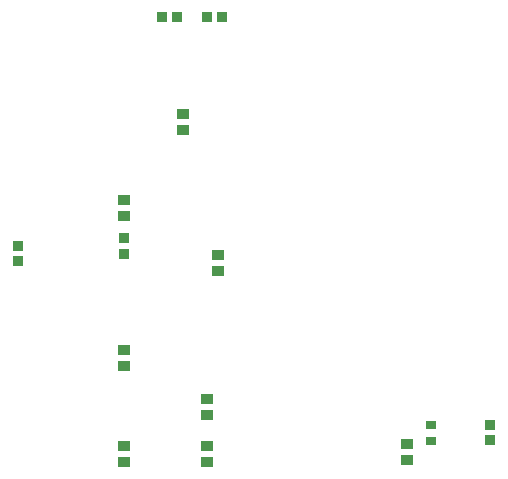
<source format=gbp>
G04*
G04 #@! TF.GenerationSoftware,Altium Limited,Altium Designer,20.2.3 (150)*
G04*
G04 Layer_Color=128*
%FSLAX25Y25*%
%MOIN*%
G70*
G04*
G04 #@! TF.SameCoordinates,03438412-7A25-4BEF-A10F-2466806E8FA3*
G04*
G04*
G04 #@! TF.FilePolarity,Positive*
G04*
G01*
G75*
%ADD52R,0.03740X0.03347*%
%ADD53R,0.03937X0.03543*%
%ADD54R,0.03543X0.03150*%
%ADD55R,0.03347X0.03740*%
D52*
X206842Y292866D02*
D03*
Y297984D02*
D03*
X242276Y300543D02*
D03*
Y295425D02*
D03*
X364323Y238339D02*
D03*
Y233221D02*
D03*
D53*
X242276Y313142D02*
D03*
Y307827D02*
D03*
X273772Y289520D02*
D03*
Y294835D02*
D03*
X261961Y342079D02*
D03*
Y336764D02*
D03*
X336764Y226528D02*
D03*
Y231842D02*
D03*
X242276Y225839D02*
D03*
Y231153D02*
D03*
Y258024D02*
D03*
Y263339D02*
D03*
X269835Y225839D02*
D03*
Y231153D02*
D03*
Y246902D02*
D03*
Y241587D02*
D03*
D54*
X344638Y232827D02*
D03*
Y238339D02*
D03*
D55*
X254874Y374165D02*
D03*
X259992D02*
D03*
X269835D02*
D03*
X274953D02*
D03*
M02*

</source>
